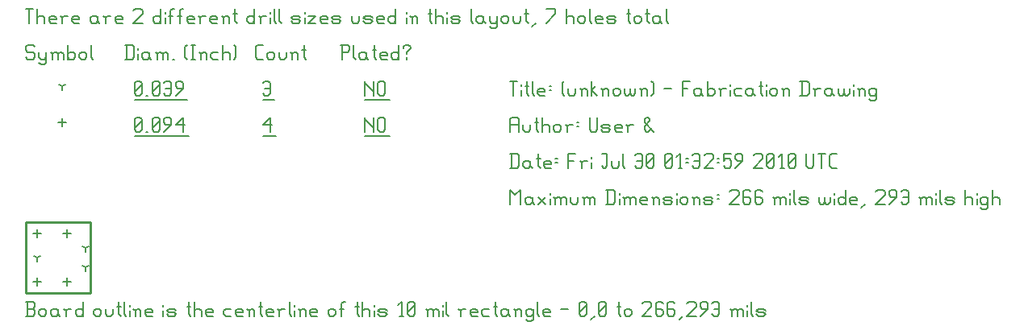
<source format=gbr>
G04 start of page 6 for group -3984 idx -3984 *
G04 Title: (unknown), fab *
G04 Creator: pcb 20081128 *
G04 CreationDate: Fri Jul 30 01:32:59 2010 UTC *
G04 For: emaste *
G04 Format: Gerber/RS-274X *
G04 PCB-Dimensions: 26625 29350 *
G04 PCB-Coordinate-Origin: lower left *
%MOIN*%
%FSLAX24Y24*%
%LNFAB*%
%ADD14C,0.0080*%
%ADD17C,0.0060*%
%ADD18C,0.0100*%
G54D14*X467Y2627D02*Y2307D01*
X307Y2467D02*X627D01*
X467Y627D02*Y307D01*
X307Y467D02*X627D01*
X1717Y2627D02*Y2307D01*
X1557Y2467D02*X1877D01*
X1717Y627D02*Y307D01*
X1557Y467D02*X1877D01*
X1500Y7220D02*Y6900D01*
X1340Y7060D02*X1660D01*
G54D17*X14000Y7285D02*Y6685D01*
Y7285D02*Y7210D01*
X14375Y6835D01*
Y7285D02*Y6685D01*
X14555Y7210D02*Y6760D01*
Y7210D02*X14630Y7285D01*
X14780D01*
X14855Y7210D01*
Y6760D01*
X14780Y6685D02*X14855Y6760D01*
X14630Y6685D02*X14780D01*
X14555Y6760D02*X14630Y6685D01*
X14000Y6509D02*X15035D01*
X9800Y6985D02*X10100Y7285D01*
X9800Y6985D02*X10175D01*
X10100Y7285D02*Y6685D01*
X9800Y6509D02*X10355D01*
X4500Y6760D02*X4575Y6685D01*
X4500Y7210D02*Y6760D01*
Y7210D02*X4575Y7285D01*
X4725D01*
X4800Y7210D01*
Y6760D01*
X4725Y6685D02*X4800Y6760D01*
X4575Y6685D02*X4725D01*
X4500Y6835D02*X4800Y7135D01*
X4980Y6685D02*X5055D01*
X5235Y6760D02*X5310Y6685D01*
X5235Y7210D02*Y6760D01*
Y7210D02*X5310Y7285D01*
X5460D01*
X5535Y7210D01*
Y6760D01*
X5460Y6685D02*X5535Y6760D01*
X5310Y6685D02*X5460D01*
X5235Y6835D02*X5535Y7135D01*
X5715Y6685D02*X6015Y6985D01*
Y7210D02*Y6985D01*
X5940Y7285D02*X6015Y7210D01*
X5790Y7285D02*X5940D01*
X5715Y7210D02*X5790Y7285D01*
X5715Y7210D02*Y7060D01*
X5790Y6985D01*
X6015D01*
X6195D02*X6495Y7285D01*
X6195Y6985D02*X6570D01*
X6495Y7285D02*Y6685D01*
X4500Y6509D02*X6750D01*
X467Y1467D02*Y1307D01*
Y1467D02*X606Y1547D01*
X467Y1467D02*X328Y1547D01*
X2467Y1867D02*Y1707D01*
Y1867D02*X2606Y1947D01*
X2467Y1867D02*X2328Y1947D01*
X2467Y1067D02*Y907D01*
Y1067D02*X2606Y1147D01*
X2467Y1067D02*X2328Y1147D01*
X1500Y8560D02*Y8400D01*
Y8560D02*X1638Y8640D01*
X1500Y8560D02*X1361Y8640D01*
X14000Y8785D02*Y8185D01*
Y8785D02*Y8710D01*
X14375Y8335D01*
Y8785D02*Y8185D01*
X14555Y8710D02*Y8260D01*
Y8710D02*X14630Y8785D01*
X14780D01*
X14855Y8710D01*
Y8260D01*
X14780Y8185D02*X14855Y8260D01*
X14630Y8185D02*X14780D01*
X14555Y8260D02*X14630Y8185D01*
X14000Y8009D02*X15035D01*
X9800Y8710D02*X9875Y8785D01*
X10025D01*
X10100Y8710D01*
Y8260D01*
X10025Y8185D02*X10100Y8260D01*
X9875Y8185D02*X10025D01*
X9800Y8260D02*X9875Y8185D01*
Y8485D02*X10100D01*
X9800Y8009D02*X10280D01*
X4500Y8260D02*X4575Y8185D01*
X4500Y8710D02*Y8260D01*
Y8710D02*X4575Y8785D01*
X4725D01*
X4800Y8710D01*
Y8260D01*
X4725Y8185D02*X4800Y8260D01*
X4575Y8185D02*X4725D01*
X4500Y8335D02*X4800Y8635D01*
X4980Y8185D02*X5055D01*
X5235Y8260D02*X5310Y8185D01*
X5235Y8710D02*Y8260D01*
Y8710D02*X5310Y8785D01*
X5460D01*
X5535Y8710D01*
Y8260D01*
X5460Y8185D02*X5535Y8260D01*
X5310Y8185D02*X5460D01*
X5235Y8335D02*X5535Y8635D01*
X5715Y8710D02*X5790Y8785D01*
X5940D01*
X6015Y8710D01*
Y8260D01*
X5940Y8185D02*X6015Y8260D01*
X5790Y8185D02*X5940D01*
X5715Y8260D02*X5790Y8185D01*
Y8485D02*X6015D01*
X6195Y8185D02*X6495Y8485D01*
Y8710D02*Y8485D01*
X6420Y8785D02*X6495Y8710D01*
X6270Y8785D02*X6420D01*
X6195Y8710D02*X6270Y8785D01*
X6195Y8710D02*Y8560D01*
X6270Y8485D01*
X6495D01*
X4500Y8009D02*X6675D01*
X300Y10285D02*X375Y10210D01*
X75Y10285D02*X300D01*
X0Y10210D02*X75Y10285D01*
X0Y10210D02*Y10060D01*
X75Y9985D01*
X300D01*
X375Y9910D01*
Y9760D01*
X300Y9685D02*X375Y9760D01*
X75Y9685D02*X300D01*
X0Y9760D02*X75Y9685D01*
X555Y9985D02*Y9760D01*
X630Y9685D01*
X855Y9985D02*Y9535D01*
X780Y9460D02*X855Y9535D01*
X630Y9460D02*X780D01*
X555Y9535D02*X630Y9460D01*
Y9685D02*X780D01*
X855Y9760D01*
X1110Y9910D02*Y9685D01*
Y9910D02*X1185Y9985D01*
X1260D01*
X1335Y9910D01*
Y9685D01*
Y9910D02*X1410Y9985D01*
X1485D01*
X1560Y9910D01*
Y9685D01*
X1035Y9985D02*X1110Y9910D01*
X1740Y10285D02*Y9685D01*
Y9760D02*X1815Y9685D01*
X1965D01*
X2040Y9760D01*
Y9910D02*Y9760D01*
X1965Y9985D02*X2040Y9910D01*
X1815Y9985D02*X1965D01*
X1740Y9910D02*X1815Y9985D01*
X2220Y9910D02*Y9760D01*
Y9910D02*X2295Y9985D01*
X2445D01*
X2520Y9910D01*
Y9760D01*
X2445Y9685D02*X2520Y9760D01*
X2295Y9685D02*X2445D01*
X2220Y9760D02*X2295Y9685D01*
X2700Y10285D02*Y9760D01*
X2775Y9685D01*
X4175Y10285D02*Y9685D01*
X4400Y10285D02*X4475Y10210D01*
Y9760D01*
X4400Y9685D02*X4475Y9760D01*
X4100Y9685D02*X4400D01*
X4100Y10285D02*X4400D01*
X4655Y10135D02*Y10060D01*
Y9910D02*Y9685D01*
X5030Y9985D02*X5105Y9910D01*
X4880Y9985D02*X5030D01*
X4805Y9910D02*X4880Y9985D01*
X4805Y9910D02*Y9760D01*
X4880Y9685D01*
X5105Y9985D02*Y9760D01*
X5180Y9685D01*
X4880D02*X5030D01*
X5105Y9760D01*
X5435Y9910D02*Y9685D01*
Y9910D02*X5510Y9985D01*
X5585D01*
X5660Y9910D01*
Y9685D01*
Y9910D02*X5735Y9985D01*
X5810D01*
X5885Y9910D01*
Y9685D01*
X5360Y9985D02*X5435Y9910D01*
X6065Y9685D02*X6140D01*
X6590Y9760D02*X6665Y9685D01*
X6590Y10210D02*X6665Y10285D01*
X6590Y10210D02*Y9760D01*
X6845Y10285D02*X6995D01*
X6920D02*Y9685D01*
X6845D02*X6995D01*
X7251Y9910D02*Y9685D01*
Y9910D02*X7326Y9985D01*
X7401D01*
X7476Y9910D01*
Y9685D01*
X7176Y9985D02*X7251Y9910D01*
X7731Y9985D02*X7956D01*
X7656Y9910D02*X7731Y9985D01*
X7656Y9910D02*Y9760D01*
X7731Y9685D01*
X7956D01*
X8136Y10285D02*Y9685D01*
Y9910D02*X8211Y9985D01*
X8361D01*
X8436Y9910D01*
Y9685D01*
X8616Y10285D02*X8691Y10210D01*
Y9760D01*
X8616Y9685D02*X8691Y9760D01*
X9575Y9685D02*X9800D01*
X9500Y9760D02*X9575Y9685D01*
X9500Y10210D02*Y9760D01*
Y10210D02*X9575Y10285D01*
X9800D01*
X9980Y9910D02*Y9760D01*
Y9910D02*X10055Y9985D01*
X10205D01*
X10280Y9910D01*
Y9760D01*
X10205Y9685D02*X10280Y9760D01*
X10055Y9685D02*X10205D01*
X9980Y9760D02*X10055Y9685D01*
X10460Y9985D02*Y9760D01*
X10535Y9685D01*
X10685D01*
X10760Y9760D01*
Y9985D02*Y9760D01*
X11015Y9910D02*Y9685D01*
Y9910D02*X11090Y9985D01*
X11165D01*
X11240Y9910D01*
Y9685D01*
X10940Y9985D02*X11015Y9910D01*
X11495Y10285D02*Y9760D01*
X11570Y9685D01*
X11420Y10060D02*X11570D01*
X13075Y10285D02*Y9685D01*
X13000Y10285D02*X13300D01*
X13375Y10210D01*
Y10060D01*
X13300Y9985D02*X13375Y10060D01*
X13075Y9985D02*X13300D01*
X13555Y10285D02*Y9760D01*
X13630Y9685D01*
X14005Y9985D02*X14080Y9910D01*
X13855Y9985D02*X14005D01*
X13780Y9910D02*X13855Y9985D01*
X13780Y9910D02*Y9760D01*
X13855Y9685D01*
X14080Y9985D02*Y9760D01*
X14155Y9685D01*
X13855D02*X14005D01*
X14080Y9760D01*
X14410Y10285D02*Y9760D01*
X14485Y9685D01*
X14335Y10060D02*X14485D01*
X14710Y9685D02*X14935D01*
X14635Y9760D02*X14710Y9685D01*
X14635Y9910D02*Y9760D01*
Y9910D02*X14710Y9985D01*
X14860D01*
X14935Y9910D01*
X14635Y9835D02*X14935D01*
Y9910D02*Y9835D01*
X15415Y10285D02*Y9685D01*
X15340D02*X15415Y9760D01*
X15190Y9685D02*X15340D01*
X15115Y9760D02*X15190Y9685D01*
X15115Y9910D02*Y9760D01*
Y9910D02*X15190Y9985D01*
X15340D01*
X15415Y9910D01*
X15745Y9985D02*Y9910D01*
Y9760D02*Y9685D01*
X15595Y10210D02*Y10135D01*
Y10210D02*X15670Y10285D01*
X15820D01*
X15895Y10210D01*
Y10135D01*
X15745Y9985D02*X15895Y10135D01*
X0Y11785D02*X300D01*
X150D02*Y11185D01*
X480Y11785D02*Y11185D01*
Y11410D02*X555Y11485D01*
X705D01*
X780Y11410D01*
Y11185D01*
X1035D02*X1260D01*
X960Y11260D02*X1035Y11185D01*
X960Y11410D02*Y11260D01*
Y11410D02*X1035Y11485D01*
X1185D01*
X1260Y11410D01*
X960Y11335D02*X1260D01*
Y11410D02*Y11335D01*
X1515Y11410D02*Y11185D01*
Y11410D02*X1590Y11485D01*
X1740D01*
X1440D02*X1515Y11410D01*
X1995Y11185D02*X2220D01*
X1920Y11260D02*X1995Y11185D01*
X1920Y11410D02*Y11260D01*
Y11410D02*X1995Y11485D01*
X2145D01*
X2220Y11410D01*
X1920Y11335D02*X2220D01*
Y11410D02*Y11335D01*
X2895Y11485D02*X2970Y11410D01*
X2745Y11485D02*X2895D01*
X2670Y11410D02*X2745Y11485D01*
X2670Y11410D02*Y11260D01*
X2745Y11185D01*
X2970Y11485D02*Y11260D01*
X3045Y11185D01*
X2745D02*X2895D01*
X2970Y11260D01*
X3300Y11410D02*Y11185D01*
Y11410D02*X3375Y11485D01*
X3525D01*
X3225D02*X3300Y11410D01*
X3781Y11185D02*X4006D01*
X3706Y11260D02*X3781Y11185D01*
X3706Y11410D02*Y11260D01*
Y11410D02*X3781Y11485D01*
X3931D01*
X4006Y11410D01*
X3706Y11335D02*X4006D01*
Y11410D02*Y11335D01*
X4456Y11710D02*X4531Y11785D01*
X4756D01*
X4831Y11710D01*
Y11560D01*
X4456Y11185D02*X4831Y11560D01*
X4456Y11185D02*X4831D01*
X5581Y11785D02*Y11185D01*
X5506D02*X5581Y11260D01*
X5356Y11185D02*X5506D01*
X5281Y11260D02*X5356Y11185D01*
X5281Y11410D02*Y11260D01*
Y11410D02*X5356Y11485D01*
X5506D01*
X5581Y11410D01*
X5761Y11635D02*Y11560D01*
Y11410D02*Y11185D01*
X5986Y11710D02*Y11185D01*
Y11710D02*X6061Y11785D01*
X6136D01*
X5911Y11485D02*X6061D01*
X6361Y11710D02*Y11185D01*
Y11710D02*X6436Y11785D01*
X6511D01*
X6286Y11485D02*X6436D01*
X6736Y11185D02*X6961D01*
X6661Y11260D02*X6736Y11185D01*
X6661Y11410D02*Y11260D01*
Y11410D02*X6736Y11485D01*
X6886D01*
X6961Y11410D01*
X6661Y11335D02*X6961D01*
Y11410D02*Y11335D01*
X7217Y11410D02*Y11185D01*
Y11410D02*X7292Y11485D01*
X7442D01*
X7142D02*X7217Y11410D01*
X7697Y11185D02*X7922D01*
X7622Y11260D02*X7697Y11185D01*
X7622Y11410D02*Y11260D01*
Y11410D02*X7697Y11485D01*
X7847D01*
X7922Y11410D01*
X7622Y11335D02*X7922D01*
Y11410D02*Y11335D01*
X8177Y11410D02*Y11185D01*
Y11410D02*X8252Y11485D01*
X8327D01*
X8402Y11410D01*
Y11185D01*
X8102Y11485D02*X8177Y11410D01*
X8657Y11785D02*Y11260D01*
X8732Y11185D01*
X8582Y11560D02*X8732D01*
X9452Y11785D02*Y11185D01*
X9377D02*X9452Y11260D01*
X9227Y11185D02*X9377D01*
X9152Y11260D02*X9227Y11185D01*
X9152Y11410D02*Y11260D01*
Y11410D02*X9227Y11485D01*
X9377D01*
X9452Y11410D01*
X9707D02*Y11185D01*
Y11410D02*X9782Y11485D01*
X9932D01*
X9632D02*X9707Y11410D01*
X10113Y11635D02*Y11560D01*
Y11410D02*Y11185D01*
X10263Y11785D02*Y11260D01*
X10338Y11185D01*
X10488Y11785D02*Y11260D01*
X10563Y11185D01*
X11058D02*X11283D01*
X11358Y11260D01*
X11283Y11335D02*X11358Y11260D01*
X11058Y11335D02*X11283D01*
X10983Y11410D02*X11058Y11335D01*
X10983Y11410D02*X11058Y11485D01*
X11283D01*
X11358Y11410D01*
X10983Y11260D02*X11058Y11185D01*
X11538Y11635D02*Y11560D01*
Y11410D02*Y11185D01*
X11688Y11485D02*X11988D01*
X11688Y11185D02*X11988Y11485D01*
X11688Y11185D02*X11988D01*
X12243D02*X12468D01*
X12168Y11260D02*X12243Y11185D01*
X12168Y11410D02*Y11260D01*
Y11410D02*X12243Y11485D01*
X12393D01*
X12468Y11410D01*
X12168Y11335D02*X12468D01*
Y11410D02*Y11335D01*
X12724Y11185D02*X12949D01*
X13024Y11260D01*
X12949Y11335D02*X13024Y11260D01*
X12724Y11335D02*X12949D01*
X12649Y11410D02*X12724Y11335D01*
X12649Y11410D02*X12724Y11485D01*
X12949D01*
X13024Y11410D01*
X12649Y11260D02*X12724Y11185D01*
X13474Y11485D02*Y11260D01*
X13549Y11185D01*
X13699D01*
X13774Y11260D01*
Y11485D02*Y11260D01*
X14029Y11185D02*X14254D01*
X14329Y11260D01*
X14254Y11335D02*X14329Y11260D01*
X14029Y11335D02*X14254D01*
X13954Y11410D02*X14029Y11335D01*
X13954Y11410D02*X14029Y11485D01*
X14254D01*
X14329Y11410D01*
X13954Y11260D02*X14029Y11185D01*
X14584D02*X14809D01*
X14509Y11260D02*X14584Y11185D01*
X14509Y11410D02*Y11260D01*
Y11410D02*X14584Y11485D01*
X14734D01*
X14809Y11410D01*
X14509Y11335D02*X14809D01*
Y11410D02*Y11335D01*
X15289Y11785D02*Y11185D01*
X15214D02*X15289Y11260D01*
X15064Y11185D02*X15214D01*
X14989Y11260D02*X15064Y11185D01*
X14989Y11410D02*Y11260D01*
Y11410D02*X15064Y11485D01*
X15214D01*
X15289Y11410D01*
X15739Y11635D02*Y11560D01*
Y11410D02*Y11185D01*
X15964Y11410D02*Y11185D01*
Y11410D02*X16039Y11485D01*
X16114D01*
X16189Y11410D01*
Y11185D01*
X15889Y11485D02*X15964Y11410D01*
X16715Y11785D02*Y11260D01*
X16790Y11185D01*
X16640Y11560D02*X16790D01*
X16940Y11785D02*Y11185D01*
Y11410D02*X17015Y11485D01*
X17165D01*
X17240Y11410D01*
Y11185D01*
X17420Y11635D02*Y11560D01*
Y11410D02*Y11185D01*
X17645D02*X17870D01*
X17945Y11260D01*
X17870Y11335D02*X17945Y11260D01*
X17645Y11335D02*X17870D01*
X17570Y11410D02*X17645Y11335D01*
X17570Y11410D02*X17645Y11485D01*
X17870D01*
X17945Y11410D01*
X17570Y11260D02*X17645Y11185D01*
X18395Y11785D02*Y11260D01*
X18470Y11185D01*
X18845Y11485D02*X18920Y11410D01*
X18695Y11485D02*X18845D01*
X18620Y11410D02*X18695Y11485D01*
X18620Y11410D02*Y11260D01*
X18695Y11185D01*
X18920Y11485D02*Y11260D01*
X18995Y11185D01*
X18695D02*X18845D01*
X18920Y11260D01*
X19176Y11485D02*Y11260D01*
X19251Y11185D01*
X19476Y11485D02*Y11035D01*
X19401Y10960D02*X19476Y11035D01*
X19251Y10960D02*X19401D01*
X19176Y11035D02*X19251Y10960D01*
Y11185D02*X19401D01*
X19476Y11260D01*
X19656Y11410D02*Y11260D01*
Y11410D02*X19731Y11485D01*
X19881D01*
X19956Y11410D01*
Y11260D01*
X19881Y11185D02*X19956Y11260D01*
X19731Y11185D02*X19881D01*
X19656Y11260D02*X19731Y11185D01*
X20136Y11485D02*Y11260D01*
X20211Y11185D01*
X20361D01*
X20436Y11260D01*
Y11485D02*Y11260D01*
X20691Y11785D02*Y11260D01*
X20766Y11185D01*
X20616Y11560D02*X20766D01*
X20916Y11035D02*X21066Y11185D01*
X21516D02*X21891Y11560D01*
Y11785D02*Y11560D01*
X21516Y11785D02*X21891D01*
X22341D02*Y11185D01*
Y11410D02*X22416Y11485D01*
X22566D01*
X22641Y11410D01*
Y11185D01*
X22822Y11410D02*Y11260D01*
Y11410D02*X22897Y11485D01*
X23047D01*
X23122Y11410D01*
Y11260D01*
X23047Y11185D02*X23122Y11260D01*
X22897Y11185D02*X23047D01*
X22822Y11260D02*X22897Y11185D01*
X23302Y11785D02*Y11260D01*
X23377Y11185D01*
X23602D02*X23827D01*
X23527Y11260D02*X23602Y11185D01*
X23527Y11410D02*Y11260D01*
Y11410D02*X23602Y11485D01*
X23752D01*
X23827Y11410D01*
X23527Y11335D02*X23827D01*
Y11410D02*Y11335D01*
X24082Y11185D02*X24307D01*
X24382Y11260D01*
X24307Y11335D02*X24382Y11260D01*
X24082Y11335D02*X24307D01*
X24007Y11410D02*X24082Y11335D01*
X24007Y11410D02*X24082Y11485D01*
X24307D01*
X24382Y11410D01*
X24007Y11260D02*X24082Y11185D01*
X24907Y11785D02*Y11260D01*
X24982Y11185D01*
X24832Y11560D02*X24982D01*
X25132Y11410D02*Y11260D01*
Y11410D02*X25207Y11485D01*
X25357D01*
X25432Y11410D01*
Y11260D01*
X25357Y11185D02*X25432Y11260D01*
X25207Y11185D02*X25357D01*
X25132Y11260D02*X25207Y11185D01*
X25687Y11785D02*Y11260D01*
X25762Y11185D01*
X25612Y11560D02*X25762D01*
X26138Y11485D02*X26213Y11410D01*
X25988Y11485D02*X26138D01*
X25913Y11410D02*X25988Y11485D01*
X25913Y11410D02*Y11260D01*
X25988Y11185D01*
X26213Y11485D02*Y11260D01*
X26288Y11185D01*
X25988D02*X26138D01*
X26213Y11260D01*
X26468Y11785D02*Y11260D01*
X26543Y11185D01*
G54D18*X0Y2935D02*X2662D01*
X0D02*Y0D01*
X2662Y2935D02*Y0D01*
X0D02*X2662D01*
G54D17*X20000Y4285D02*Y3685D01*
Y4285D02*X20225Y4060D01*
X20450Y4285D01*
Y3685D01*
X20855Y3985D02*X20930Y3910D01*
X20705Y3985D02*X20855D01*
X20630Y3910D02*X20705Y3985D01*
X20630Y3910D02*Y3760D01*
X20705Y3685D01*
X20930Y3985D02*Y3760D01*
X21005Y3685D01*
X20705D02*X20855D01*
X20930Y3760D01*
X21185Y3985D02*X21485Y3685D01*
X21185D02*X21485Y3985D01*
X21665Y4135D02*Y4060D01*
Y3910D02*Y3685D01*
X21890Y3910D02*Y3685D01*
Y3910D02*X21965Y3985D01*
X22040D01*
X22115Y3910D01*
Y3685D01*
Y3910D02*X22190Y3985D01*
X22265D01*
X22340Y3910D01*
Y3685D01*
X21815Y3985D02*X21890Y3910D01*
X22520Y3985D02*Y3760D01*
X22595Y3685D01*
X22745D01*
X22820Y3760D01*
Y3985D02*Y3760D01*
X23075Y3910D02*Y3685D01*
Y3910D02*X23150Y3985D01*
X23225D01*
X23300Y3910D01*
Y3685D01*
Y3910D02*X23375Y3985D01*
X23450D01*
X23525Y3910D01*
Y3685D01*
X23000Y3985D02*X23075Y3910D01*
X24051Y4285D02*Y3685D01*
X24276Y4285D02*X24351Y4210D01*
Y3760D01*
X24276Y3685D02*X24351Y3760D01*
X23976Y3685D02*X24276D01*
X23976Y4285D02*X24276D01*
X24531Y4135D02*Y4060D01*
Y3910D02*Y3685D01*
X24756Y3910D02*Y3685D01*
Y3910D02*X24831Y3985D01*
X24906D01*
X24981Y3910D01*
Y3685D01*
Y3910D02*X25056Y3985D01*
X25131D01*
X25206Y3910D01*
Y3685D01*
X24681Y3985D02*X24756Y3910D01*
X25461Y3685D02*X25686D01*
X25386Y3760D02*X25461Y3685D01*
X25386Y3910D02*Y3760D01*
Y3910D02*X25461Y3985D01*
X25611D01*
X25686Y3910D01*
X25386Y3835D02*X25686D01*
Y3910D02*Y3835D01*
X25941Y3910D02*Y3685D01*
Y3910D02*X26016Y3985D01*
X26091D01*
X26166Y3910D01*
Y3685D01*
X25866Y3985D02*X25941Y3910D01*
X26421Y3685D02*X26646D01*
X26721Y3760D01*
X26646Y3835D02*X26721Y3760D01*
X26421Y3835D02*X26646D01*
X26346Y3910D02*X26421Y3835D01*
X26346Y3910D02*X26421Y3985D01*
X26646D01*
X26721Y3910D01*
X26346Y3760D02*X26421Y3685D01*
X26901Y4135D02*Y4060D01*
Y3910D02*Y3685D01*
X27052Y3910D02*Y3760D01*
Y3910D02*X27127Y3985D01*
X27277D01*
X27352Y3910D01*
Y3760D01*
X27277Y3685D02*X27352Y3760D01*
X27127Y3685D02*X27277D01*
X27052Y3760D02*X27127Y3685D01*
X27607Y3910D02*Y3685D01*
Y3910D02*X27682Y3985D01*
X27757D01*
X27832Y3910D01*
Y3685D01*
X27532Y3985D02*X27607Y3910D01*
X28087Y3685D02*X28312D01*
X28387Y3760D01*
X28312Y3835D02*X28387Y3760D01*
X28087Y3835D02*X28312D01*
X28012Y3910D02*X28087Y3835D01*
X28012Y3910D02*X28087Y3985D01*
X28312D01*
X28387Y3910D01*
X28012Y3760D02*X28087Y3685D01*
X28567Y4060D02*X28642D01*
X28567Y3910D02*X28642D01*
X29092Y4210D02*X29167Y4285D01*
X29392D01*
X29467Y4210D01*
Y4060D01*
X29092Y3685D02*X29467Y4060D01*
X29092Y3685D02*X29467D01*
X29872Y4285D02*X29947Y4210D01*
X29722Y4285D02*X29872D01*
X29647Y4210D02*X29722Y4285D01*
X29647Y4210D02*Y3760D01*
X29722Y3685D01*
X29872Y3985D02*X29947Y3910D01*
X29647Y3985D02*X29872D01*
X29722Y3685D02*X29872D01*
X29947Y3760D01*
Y3910D02*Y3760D01*
X30353Y4285D02*X30428Y4210D01*
X30203Y4285D02*X30353D01*
X30128Y4210D02*X30203Y4285D01*
X30128Y4210D02*Y3760D01*
X30203Y3685D01*
X30353Y3985D02*X30428Y3910D01*
X30128Y3985D02*X30353D01*
X30203Y3685D02*X30353D01*
X30428Y3760D01*
Y3910D02*Y3760D01*
X30953Y3910D02*Y3685D01*
Y3910D02*X31028Y3985D01*
X31103D01*
X31178Y3910D01*
Y3685D01*
Y3910D02*X31253Y3985D01*
X31328D01*
X31403Y3910D01*
Y3685D01*
X30878Y3985D02*X30953Y3910D01*
X31583Y4135D02*Y4060D01*
Y3910D02*Y3685D01*
X31733Y4285D02*Y3760D01*
X31808Y3685D01*
X32033D02*X32258D01*
X32333Y3760D01*
X32258Y3835D02*X32333Y3760D01*
X32033Y3835D02*X32258D01*
X31958Y3910D02*X32033Y3835D01*
X31958Y3910D02*X32033Y3985D01*
X32258D01*
X32333Y3910D01*
X31958Y3760D02*X32033Y3685D01*
X32783Y3985D02*Y3760D01*
X32858Y3685D01*
X32933D01*
X33008Y3760D01*
Y3985D02*Y3760D01*
X33083Y3685D01*
X33158D01*
X33233Y3760D01*
Y3985D02*Y3760D01*
X33413Y4135D02*Y4060D01*
Y3910D02*Y3685D01*
X33864Y4285D02*Y3685D01*
X33789D02*X33864Y3760D01*
X33639Y3685D02*X33789D01*
X33564Y3760D02*X33639Y3685D01*
X33564Y3910D02*Y3760D01*
Y3910D02*X33639Y3985D01*
X33789D01*
X33864Y3910D01*
X34119Y3685D02*X34344D01*
X34044Y3760D02*X34119Y3685D01*
X34044Y3910D02*Y3760D01*
Y3910D02*X34119Y3985D01*
X34269D01*
X34344Y3910D01*
X34044Y3835D02*X34344D01*
Y3910D02*Y3835D01*
X34524Y3535D02*X34674Y3685D01*
X35124Y4210D02*X35199Y4285D01*
X35424D01*
X35499Y4210D01*
Y4060D01*
X35124Y3685D02*X35499Y4060D01*
X35124Y3685D02*X35499D01*
X35679D02*X35979Y3985D01*
Y4210D02*Y3985D01*
X35904Y4285D02*X35979Y4210D01*
X35754Y4285D02*X35904D01*
X35679Y4210D02*X35754Y4285D01*
X35679Y4210D02*Y4060D01*
X35754Y3985D01*
X35979D01*
X36159Y4210D02*X36234Y4285D01*
X36384D01*
X36459Y4210D01*
Y3760D01*
X36384Y3685D02*X36459Y3760D01*
X36234Y3685D02*X36384D01*
X36159Y3760D02*X36234Y3685D01*
Y3985D02*X36459D01*
X36984Y3910D02*Y3685D01*
Y3910D02*X37059Y3985D01*
X37134D01*
X37209Y3910D01*
Y3685D01*
Y3910D02*X37284Y3985D01*
X37359D01*
X37434Y3910D01*
Y3685D01*
X36909Y3985D02*X36984Y3910D01*
X37615Y4135D02*Y4060D01*
Y3910D02*Y3685D01*
X37765Y4285D02*Y3760D01*
X37840Y3685D01*
X38065D02*X38290D01*
X38365Y3760D01*
X38290Y3835D02*X38365Y3760D01*
X38065Y3835D02*X38290D01*
X37990Y3910D02*X38065Y3835D01*
X37990Y3910D02*X38065Y3985D01*
X38290D01*
X38365Y3910D01*
X37990Y3760D02*X38065Y3685D01*
X38815Y4285D02*Y3685D01*
Y3910D02*X38890Y3985D01*
X39040D01*
X39115Y3910D01*
Y3685D01*
X39295Y4135D02*Y4060D01*
Y3910D02*Y3685D01*
X39670Y3985D02*X39745Y3910D01*
X39520Y3985D02*X39670D01*
X39445Y3910D02*X39520Y3985D01*
X39445Y3910D02*Y3760D01*
X39520Y3685D01*
X39670D01*
X39745Y3760D01*
X39445Y3535D02*X39520Y3460D01*
X39670D01*
X39745Y3535D01*
Y3985D02*Y3535D01*
X39926Y4285D02*Y3685D01*
Y3910D02*X40001Y3985D01*
X40151D01*
X40226Y3910D01*
Y3685D01*
X0Y-950D02*X300D01*
X375Y-875D01*
Y-725D02*Y-875D01*
X300Y-650D02*X375Y-725D01*
X75Y-650D02*X300D01*
X75Y-350D02*Y-950D01*
X0Y-350D02*X300D01*
X375Y-425D01*
Y-575D01*
X300Y-650D02*X375Y-575D01*
X555Y-725D02*Y-875D01*
Y-725D02*X630Y-650D01*
X780D01*
X855Y-725D01*
Y-875D01*
X780Y-950D02*X855Y-875D01*
X630Y-950D02*X780D01*
X555Y-875D02*X630Y-950D01*
X1260Y-650D02*X1335Y-725D01*
X1110Y-650D02*X1260D01*
X1035Y-725D02*X1110Y-650D01*
X1035Y-725D02*Y-875D01*
X1110Y-950D01*
X1335Y-650D02*Y-875D01*
X1410Y-950D01*
X1110D02*X1260D01*
X1335Y-875D01*
X1665Y-725D02*Y-950D01*
Y-725D02*X1740Y-650D01*
X1890D01*
X1590D02*X1665Y-725D01*
X2370Y-350D02*Y-950D01*
X2295D02*X2370Y-875D01*
X2145Y-950D02*X2295D01*
X2070Y-875D02*X2145Y-950D01*
X2070Y-725D02*Y-875D01*
Y-725D02*X2145Y-650D01*
X2295D01*
X2370Y-725D01*
X2820D02*Y-875D01*
Y-725D02*X2895Y-650D01*
X3045D01*
X3120Y-725D01*
Y-875D01*
X3045Y-950D02*X3120Y-875D01*
X2895Y-950D02*X3045D01*
X2820Y-875D02*X2895Y-950D01*
X3300Y-650D02*Y-875D01*
X3375Y-950D01*
X3525D01*
X3600Y-875D01*
Y-650D02*Y-875D01*
X3856Y-350D02*Y-875D01*
X3931Y-950D01*
X3781Y-575D02*X3931D01*
X4081Y-350D02*Y-875D01*
X4156Y-950D01*
X4306Y-500D02*Y-575D01*
Y-725D02*Y-950D01*
X4531Y-725D02*Y-950D01*
Y-725D02*X4606Y-650D01*
X4681D01*
X4756Y-725D01*
Y-950D01*
X4456Y-650D02*X4531Y-725D01*
X5011Y-950D02*X5236D01*
X4936Y-875D02*X5011Y-950D01*
X4936Y-725D02*Y-875D01*
Y-725D02*X5011Y-650D01*
X5161D01*
X5236Y-725D01*
X4936Y-800D02*X5236D01*
Y-725D02*Y-800D01*
X5686Y-500D02*Y-575D01*
Y-725D02*Y-950D01*
X5911D02*X6136D01*
X6211Y-875D01*
X6136Y-800D02*X6211Y-875D01*
X5911Y-800D02*X6136D01*
X5836Y-725D02*X5911Y-800D01*
X5836Y-725D02*X5911Y-650D01*
X6136D01*
X6211Y-725D01*
X5836Y-875D02*X5911Y-950D01*
X6737Y-350D02*Y-875D01*
X6812Y-950D01*
X6662Y-575D02*X6812D01*
X6962Y-350D02*Y-950D01*
Y-725D02*X7037Y-650D01*
X7187D01*
X7262Y-725D01*
Y-950D01*
X7517D02*X7742D01*
X7442Y-875D02*X7517Y-950D01*
X7442Y-725D02*Y-875D01*
Y-725D02*X7517Y-650D01*
X7667D01*
X7742Y-725D01*
X7442Y-800D02*X7742D01*
Y-725D02*Y-800D01*
X8267Y-650D02*X8492D01*
X8192Y-725D02*X8267Y-650D01*
X8192Y-725D02*Y-875D01*
X8267Y-950D01*
X8492D01*
X8747D02*X8972D01*
X8672Y-875D02*X8747Y-950D01*
X8672Y-725D02*Y-875D01*
Y-725D02*X8747Y-650D01*
X8897D01*
X8972Y-725D01*
X8672Y-800D02*X8972D01*
Y-725D02*Y-800D01*
X9227Y-725D02*Y-950D01*
Y-725D02*X9302Y-650D01*
X9377D01*
X9452Y-725D01*
Y-950D01*
X9152Y-650D02*X9227Y-725D01*
X9708Y-350D02*Y-875D01*
X9783Y-950D01*
X9633Y-575D02*X9783D01*
X10008Y-950D02*X10233D01*
X9933Y-875D02*X10008Y-950D01*
X9933Y-725D02*Y-875D01*
Y-725D02*X10008Y-650D01*
X10158D01*
X10233Y-725D01*
X9933Y-800D02*X10233D01*
Y-725D02*Y-800D01*
X10488Y-725D02*Y-950D01*
Y-725D02*X10563Y-650D01*
X10713D01*
X10413D02*X10488Y-725D01*
X10893Y-350D02*Y-875D01*
X10968Y-950D01*
X11118Y-500D02*Y-575D01*
Y-725D02*Y-950D01*
X11343Y-725D02*Y-950D01*
Y-725D02*X11418Y-650D01*
X11493D01*
X11568Y-725D01*
Y-950D01*
X11268Y-650D02*X11343Y-725D01*
X11823Y-950D02*X12048D01*
X11748Y-875D02*X11823Y-950D01*
X11748Y-725D02*Y-875D01*
Y-725D02*X11823Y-650D01*
X11973D01*
X12048Y-725D01*
X11748Y-800D02*X12048D01*
Y-725D02*Y-800D01*
X12499Y-725D02*Y-875D01*
Y-725D02*X12574Y-650D01*
X12724D01*
X12799Y-725D01*
Y-875D01*
X12724Y-950D02*X12799Y-875D01*
X12574Y-950D02*X12724D01*
X12499Y-875D02*X12574Y-950D01*
X13054Y-425D02*Y-950D01*
Y-425D02*X13129Y-350D01*
X13204D01*
X12979Y-650D02*X13129D01*
X13699Y-350D02*Y-875D01*
X13774Y-950D01*
X13624Y-575D02*X13774D01*
X13924Y-350D02*Y-950D01*
Y-725D02*X13999Y-650D01*
X14149D01*
X14224Y-725D01*
Y-950D01*
X14404Y-500D02*Y-575D01*
Y-725D02*Y-950D01*
X14629D02*X14854D01*
X14929Y-875D01*
X14854Y-800D02*X14929Y-875D01*
X14629Y-800D02*X14854D01*
X14554Y-725D02*X14629Y-800D01*
X14554Y-725D02*X14629Y-650D01*
X14854D01*
X14929Y-725D01*
X14554Y-875D02*X14629Y-950D01*
X15454D02*X15604D01*
X15529Y-350D02*Y-950D01*
X15379Y-500D02*X15529Y-350D01*
X15785Y-875D02*X15860Y-950D01*
X15785Y-425D02*Y-875D01*
Y-425D02*X15860Y-350D01*
X16010D01*
X16085Y-425D01*
Y-875D01*
X16010Y-950D02*X16085Y-875D01*
X15860Y-950D02*X16010D01*
X15785Y-800D02*X16085Y-500D01*
X16610Y-725D02*Y-950D01*
Y-725D02*X16685Y-650D01*
X16760D01*
X16835Y-725D01*
Y-950D01*
Y-725D02*X16910Y-650D01*
X16985D01*
X17060Y-725D01*
Y-950D01*
X16535Y-650D02*X16610Y-725D01*
X17240Y-500D02*Y-575D01*
Y-725D02*Y-950D01*
X17390Y-350D02*Y-875D01*
X17465Y-950D01*
X17960Y-725D02*Y-950D01*
Y-725D02*X18035Y-650D01*
X18185D01*
X17885D02*X17960Y-725D01*
X18440Y-950D02*X18665D01*
X18365Y-875D02*X18440Y-950D01*
X18365Y-725D02*Y-875D01*
Y-725D02*X18440Y-650D01*
X18590D01*
X18665Y-725D01*
X18365Y-800D02*X18665D01*
Y-725D02*Y-800D01*
X18921Y-650D02*X19146D01*
X18846Y-725D02*X18921Y-650D01*
X18846Y-725D02*Y-875D01*
X18921Y-950D01*
X19146D01*
X19401Y-350D02*Y-875D01*
X19476Y-950D01*
X19326Y-575D02*X19476D01*
X19851Y-650D02*X19926Y-725D01*
X19701Y-650D02*X19851D01*
X19626Y-725D02*X19701Y-650D01*
X19626Y-725D02*Y-875D01*
X19701Y-950D01*
X19926Y-650D02*Y-875D01*
X20001Y-950D01*
X19701D02*X19851D01*
X19926Y-875D01*
X20256Y-725D02*Y-950D01*
Y-725D02*X20331Y-650D01*
X20406D01*
X20481Y-725D01*
Y-950D01*
X20181Y-650D02*X20256Y-725D01*
X20886Y-650D02*X20961Y-725D01*
X20736Y-650D02*X20886D01*
X20661Y-725D02*X20736Y-650D01*
X20661Y-725D02*Y-875D01*
X20736Y-950D01*
X20886D01*
X20961Y-875D01*
X20661Y-1100D02*X20736Y-1175D01*
X20886D01*
X20961Y-1100D01*
Y-650D02*Y-1100D01*
X21141Y-350D02*Y-875D01*
X21216Y-950D01*
X21441D02*X21666D01*
X21366Y-875D02*X21441Y-950D01*
X21366Y-725D02*Y-875D01*
Y-725D02*X21441Y-650D01*
X21591D01*
X21666Y-725D01*
X21366Y-800D02*X21666D01*
Y-725D02*Y-800D01*
X22117Y-650D02*X22417D01*
X22867Y-875D02*X22942Y-950D01*
X22867Y-425D02*Y-875D01*
Y-425D02*X22942Y-350D01*
X23092D01*
X23167Y-425D01*
Y-875D01*
X23092Y-950D02*X23167Y-875D01*
X22942Y-950D02*X23092D01*
X22867Y-800D02*X23167Y-500D01*
X23347Y-1100D02*X23497Y-950D01*
X23677Y-875D02*X23752Y-950D01*
X23677Y-425D02*Y-875D01*
Y-425D02*X23752Y-350D01*
X23902D01*
X23977Y-425D01*
Y-875D01*
X23902Y-950D02*X23977Y-875D01*
X23752Y-950D02*X23902D01*
X23677Y-800D02*X23977Y-500D01*
X24502Y-350D02*Y-875D01*
X24577Y-950D01*
X24427Y-575D02*X24577D01*
X24727Y-725D02*Y-875D01*
Y-725D02*X24802Y-650D01*
X24952D01*
X25027Y-725D01*
Y-875D01*
X24952Y-950D02*X25027Y-875D01*
X24802Y-950D02*X24952D01*
X24727Y-875D02*X24802Y-950D01*
X25477Y-425D02*X25552Y-350D01*
X25777D01*
X25852Y-425D01*
Y-575D01*
X25477Y-950D02*X25852Y-575D01*
X25477Y-950D02*X25852D01*
X26258Y-350D02*X26333Y-425D01*
X26108Y-350D02*X26258D01*
X26033Y-425D02*X26108Y-350D01*
X26033Y-425D02*Y-875D01*
X26108Y-950D01*
X26258Y-650D02*X26333Y-725D01*
X26033Y-650D02*X26258D01*
X26108Y-950D02*X26258D01*
X26333Y-875D01*
Y-725D02*Y-875D01*
X26738Y-350D02*X26813Y-425D01*
X26588Y-350D02*X26738D01*
X26513Y-425D02*X26588Y-350D01*
X26513Y-425D02*Y-875D01*
X26588Y-950D01*
X26738Y-650D02*X26813Y-725D01*
X26513Y-650D02*X26738D01*
X26588Y-950D02*X26738D01*
X26813Y-875D01*
Y-725D02*Y-875D01*
X26993Y-1100D02*X27143Y-950D01*
X27323Y-425D02*X27398Y-350D01*
X27623D01*
X27698Y-425D01*
Y-575D01*
X27323Y-950D02*X27698Y-575D01*
X27323Y-950D02*X27698D01*
X27878D02*X28178Y-650D01*
Y-425D02*Y-650D01*
X28103Y-350D02*X28178Y-425D01*
X27953Y-350D02*X28103D01*
X27878Y-425D02*X27953Y-350D01*
X27878Y-425D02*Y-575D01*
X27953Y-650D01*
X28178D01*
X28358Y-425D02*X28433Y-350D01*
X28583D01*
X28658Y-425D01*
Y-875D01*
X28583Y-950D02*X28658Y-875D01*
X28433Y-950D02*X28583D01*
X28358Y-875D02*X28433Y-950D01*
Y-650D02*X28658D01*
X29184Y-725D02*Y-950D01*
Y-725D02*X29259Y-650D01*
X29334D01*
X29409Y-725D01*
Y-950D01*
Y-725D02*X29484Y-650D01*
X29559D01*
X29634Y-725D01*
Y-950D01*
X29109Y-650D02*X29184Y-725D01*
X29814Y-500D02*Y-575D01*
Y-725D02*Y-950D01*
X29964Y-350D02*Y-875D01*
X30039Y-950D01*
X30264D02*X30489D01*
X30564Y-875D01*
X30489Y-800D02*X30564Y-875D01*
X30264Y-800D02*X30489D01*
X30189Y-725D02*X30264Y-800D01*
X30189Y-725D02*X30264Y-650D01*
X30489D01*
X30564Y-725D01*
X30189Y-875D02*X30264Y-950D01*
X20075Y5785D02*Y5185D01*
X20300Y5785D02*X20375Y5710D01*
Y5260D01*
X20300Y5185D02*X20375Y5260D01*
X20000Y5185D02*X20300D01*
X20000Y5785D02*X20300D01*
X20780Y5485D02*X20855Y5410D01*
X20630Y5485D02*X20780D01*
X20555Y5410D02*X20630Y5485D01*
X20555Y5410D02*Y5260D01*
X20630Y5185D01*
X20855Y5485D02*Y5260D01*
X20930Y5185D01*
X20630D02*X20780D01*
X20855Y5260D01*
X21185Y5785D02*Y5260D01*
X21260Y5185D01*
X21110Y5560D02*X21260D01*
X21485Y5185D02*X21710D01*
X21410Y5260D02*X21485Y5185D01*
X21410Y5410D02*Y5260D01*
Y5410D02*X21485Y5485D01*
X21635D01*
X21710Y5410D01*
X21410Y5335D02*X21710D01*
Y5410D02*Y5335D01*
X21890Y5560D02*X21965D01*
X21890Y5410D02*X21965D01*
X22415Y5785D02*Y5185D01*
Y5785D02*X22715D01*
X22415Y5485D02*X22640D01*
X22970Y5410D02*Y5185D01*
Y5410D02*X23045Y5485D01*
X23195D01*
X22895D02*X22970Y5410D01*
X23376Y5635D02*Y5560D01*
Y5410D02*Y5185D01*
X23796Y5785D02*X24021D01*
Y5260D01*
X23946Y5185D02*X24021Y5260D01*
X23871Y5185D02*X23946D01*
X23796Y5260D02*X23871Y5185D01*
X24201Y5485D02*Y5260D01*
X24276Y5185D01*
X24426D01*
X24501Y5260D01*
Y5485D02*Y5260D01*
X24681Y5785D02*Y5260D01*
X24756Y5185D01*
X25176Y5710D02*X25251Y5785D01*
X25401D01*
X25476Y5710D01*
Y5260D01*
X25401Y5185D02*X25476Y5260D01*
X25251Y5185D02*X25401D01*
X25176Y5260D02*X25251Y5185D01*
Y5485D02*X25476D01*
X25656Y5260D02*X25731Y5185D01*
X25656Y5710D02*Y5260D01*
Y5710D02*X25731Y5785D01*
X25881D01*
X25956Y5710D01*
Y5260D01*
X25881Y5185D02*X25956Y5260D01*
X25731Y5185D02*X25881D01*
X25656Y5335D02*X25956Y5635D01*
X26406Y5260D02*X26481Y5185D01*
X26406Y5710D02*Y5260D01*
Y5710D02*X26481Y5785D01*
X26631D01*
X26706Y5710D01*
Y5260D01*
X26631Y5185D02*X26706Y5260D01*
X26481Y5185D02*X26631D01*
X26406Y5335D02*X26706Y5635D01*
X26962Y5185D02*X27112D01*
X27037Y5785D02*Y5185D01*
X26887Y5635D02*X27037Y5785D01*
X27292Y5560D02*X27367D01*
X27292Y5410D02*X27367D01*
X27547Y5710D02*X27622Y5785D01*
X27772D01*
X27847Y5710D01*
Y5260D01*
X27772Y5185D02*X27847Y5260D01*
X27622Y5185D02*X27772D01*
X27547Y5260D02*X27622Y5185D01*
Y5485D02*X27847D01*
X28027Y5710D02*X28102Y5785D01*
X28327D01*
X28402Y5710D01*
Y5560D01*
X28027Y5185D02*X28402Y5560D01*
X28027Y5185D02*X28402D01*
X28582Y5560D02*X28657D01*
X28582Y5410D02*X28657D01*
X28837Y5785D02*X29137D01*
X28837D02*Y5485D01*
X28912Y5560D01*
X29062D01*
X29137Y5485D01*
Y5260D01*
X29062Y5185D02*X29137Y5260D01*
X28912Y5185D02*X29062D01*
X28837Y5260D02*X28912Y5185D01*
X29318D02*X29618Y5485D01*
Y5710D02*Y5485D01*
X29543Y5785D02*X29618Y5710D01*
X29393Y5785D02*X29543D01*
X29318Y5710D02*X29393Y5785D01*
X29318Y5710D02*Y5560D01*
X29393Y5485D01*
X29618D01*
X30068Y5710D02*X30143Y5785D01*
X30368D01*
X30443Y5710D01*
Y5560D01*
X30068Y5185D02*X30443Y5560D01*
X30068Y5185D02*X30443D01*
X30623Y5260D02*X30698Y5185D01*
X30623Y5710D02*Y5260D01*
Y5710D02*X30698Y5785D01*
X30848D01*
X30923Y5710D01*
Y5260D01*
X30848Y5185D02*X30923Y5260D01*
X30698Y5185D02*X30848D01*
X30623Y5335D02*X30923Y5635D01*
X31178Y5185D02*X31328D01*
X31253Y5785D02*Y5185D01*
X31103Y5635D02*X31253Y5785D01*
X31508Y5260D02*X31583Y5185D01*
X31508Y5710D02*Y5260D01*
Y5710D02*X31583Y5785D01*
X31733D01*
X31808Y5710D01*
Y5260D01*
X31733Y5185D02*X31808Y5260D01*
X31583Y5185D02*X31733D01*
X31508Y5335D02*X31808Y5635D01*
X32258Y5785D02*Y5260D01*
X32333Y5185D01*
X32483D01*
X32558Y5260D01*
Y5785D02*Y5260D01*
X32738Y5785D02*X33038D01*
X32888D02*Y5185D01*
X33294D02*X33519D01*
X33219Y5260D02*X33294Y5185D01*
X33219Y5710D02*Y5260D01*
Y5710D02*X33294Y5785D01*
X33519D01*
X20000Y7210D02*Y6685D01*
Y7210D02*X20075Y7285D01*
X20300D01*
X20375Y7210D01*
Y6685D01*
X20000Y6985D02*X20375D01*
X20555D02*Y6760D01*
X20630Y6685D01*
X20780D01*
X20855Y6760D01*
Y6985D02*Y6760D01*
X21110Y7285D02*Y6760D01*
X21185Y6685D01*
X21035Y7060D02*X21185D01*
X21335Y7285D02*Y6685D01*
Y6910D02*X21410Y6985D01*
X21560D01*
X21635Y6910D01*
Y6685D01*
X21815Y6910D02*Y6760D01*
Y6910D02*X21890Y6985D01*
X22040D01*
X22115Y6910D01*
Y6760D01*
X22040Y6685D02*X22115Y6760D01*
X21890Y6685D02*X22040D01*
X21815Y6760D02*X21890Y6685D01*
X22370Y6910D02*Y6685D01*
Y6910D02*X22445Y6985D01*
X22595D01*
X22295D02*X22370Y6910D01*
X22775Y7060D02*X22850D01*
X22775Y6910D02*X22850D01*
X23301Y7285D02*Y6760D01*
X23376Y6685D01*
X23526D01*
X23601Y6760D01*
Y7285D02*Y6760D01*
X23856Y6685D02*X24081D01*
X24156Y6760D01*
X24081Y6835D02*X24156Y6760D01*
X23856Y6835D02*X24081D01*
X23781Y6910D02*X23856Y6835D01*
X23781Y6910D02*X23856Y6985D01*
X24081D01*
X24156Y6910D01*
X23781Y6760D02*X23856Y6685D01*
X24411D02*X24636D01*
X24336Y6760D02*X24411Y6685D01*
X24336Y6910D02*Y6760D01*
Y6910D02*X24411Y6985D01*
X24561D01*
X24636Y6910D01*
X24336Y6835D02*X24636D01*
Y6910D02*Y6835D01*
X24891Y6910D02*Y6685D01*
Y6910D02*X24966Y6985D01*
X25116D01*
X24816D02*X24891Y6910D01*
X25566Y6760D02*X25641Y6685D01*
X25566Y7210D02*Y7060D01*
Y7210D02*X25641Y7285D01*
X25566Y6910D02*X25791Y7135D01*
X25641Y6685D02*X25716D01*
X25866Y6835D01*
X25566Y7060D02*X25941Y6685D01*
X25641Y7285D02*X25716D01*
X25791Y7210D01*
Y7135D01*
X25566Y6910D02*Y6760D01*
X20000Y8785D02*X20300D01*
X20150D02*Y8185D01*
X20480Y8635D02*Y8560D01*
Y8410D02*Y8185D01*
X20705Y8785D02*Y8260D01*
X20780Y8185D01*
X20630Y8560D02*X20780D01*
X20930Y8785D02*Y8260D01*
X21005Y8185D01*
X21230D02*X21455D01*
X21155Y8260D02*X21230Y8185D01*
X21155Y8410D02*Y8260D01*
Y8410D02*X21230Y8485D01*
X21380D01*
X21455Y8410D01*
X21155Y8335D02*X21455D01*
Y8410D02*Y8335D01*
X21635Y8560D02*X21710D01*
X21635Y8410D02*X21710D01*
X22160Y8260D02*X22235Y8185D01*
X22160Y8710D02*X22235Y8785D01*
X22160Y8710D02*Y8260D01*
X22416Y8485D02*Y8260D01*
X22491Y8185D01*
X22641D01*
X22716Y8260D01*
Y8485D02*Y8260D01*
X22971Y8410D02*Y8185D01*
Y8410D02*X23046Y8485D01*
X23121D01*
X23196Y8410D01*
Y8185D01*
X22896Y8485D02*X22971Y8410D01*
X23376Y8785D02*Y8185D01*
Y8410D02*X23601Y8185D01*
X23376Y8410D02*X23526Y8560D01*
X23856Y8410D02*Y8185D01*
Y8410D02*X23931Y8485D01*
X24006D01*
X24081Y8410D01*
Y8185D01*
X23781Y8485D02*X23856Y8410D01*
X24261D02*Y8260D01*
Y8410D02*X24336Y8485D01*
X24486D01*
X24561Y8410D01*
Y8260D01*
X24486Y8185D02*X24561Y8260D01*
X24336Y8185D02*X24486D01*
X24261Y8260D02*X24336Y8185D01*
X24741Y8485D02*Y8260D01*
X24816Y8185D01*
X24891D01*
X24966Y8260D01*
Y8485D02*Y8260D01*
X25041Y8185D01*
X25116D01*
X25191Y8260D01*
Y8485D02*Y8260D01*
X25446Y8410D02*Y8185D01*
Y8410D02*X25521Y8485D01*
X25596D01*
X25671Y8410D01*
Y8185D01*
X25371Y8485D02*X25446Y8410D01*
X25852Y8785D02*X25927Y8710D01*
Y8260D01*
X25852Y8185D02*X25927Y8260D01*
X26377Y8485D02*X26677D01*
X27127Y8785D02*Y8185D01*
Y8785D02*X27427D01*
X27127Y8485D02*X27352D01*
X27832D02*X27907Y8410D01*
X27682Y8485D02*X27832D01*
X27607Y8410D02*X27682Y8485D01*
X27607Y8410D02*Y8260D01*
X27682Y8185D01*
X27907Y8485D02*Y8260D01*
X27982Y8185D01*
X27682D02*X27832D01*
X27907Y8260D01*
X28162Y8785D02*Y8185D01*
Y8260D02*X28237Y8185D01*
X28387D01*
X28462Y8260D01*
Y8410D02*Y8260D01*
X28387Y8485D02*X28462Y8410D01*
X28237Y8485D02*X28387D01*
X28162Y8410D02*X28237Y8485D01*
X28717Y8410D02*Y8185D01*
Y8410D02*X28792Y8485D01*
X28942D01*
X28642D02*X28717Y8410D01*
X29123Y8635D02*Y8560D01*
Y8410D02*Y8185D01*
X29348Y8485D02*X29573D01*
X29273Y8410D02*X29348Y8485D01*
X29273Y8410D02*Y8260D01*
X29348Y8185D01*
X29573D01*
X29978Y8485D02*X30053Y8410D01*
X29828Y8485D02*X29978D01*
X29753Y8410D02*X29828Y8485D01*
X29753Y8410D02*Y8260D01*
X29828Y8185D01*
X30053Y8485D02*Y8260D01*
X30128Y8185D01*
X29828D02*X29978D01*
X30053Y8260D01*
X30383Y8785D02*Y8260D01*
X30458Y8185D01*
X30308Y8560D02*X30458D01*
X30608Y8635D02*Y8560D01*
Y8410D02*Y8185D01*
X30758Y8410D02*Y8260D01*
Y8410D02*X30833Y8485D01*
X30983D01*
X31058Y8410D01*
Y8260D01*
X30983Y8185D02*X31058Y8260D01*
X30833Y8185D02*X30983D01*
X30758Y8260D02*X30833Y8185D01*
X31313Y8410D02*Y8185D01*
Y8410D02*X31388Y8485D01*
X31463D01*
X31538Y8410D01*
Y8185D01*
X31238Y8485D02*X31313Y8410D01*
X32064Y8785D02*Y8185D01*
X32289Y8785D02*X32364Y8710D01*
Y8260D01*
X32289Y8185D02*X32364Y8260D01*
X31989Y8185D02*X32289D01*
X31989Y8785D02*X32289D01*
X32619Y8410D02*Y8185D01*
Y8410D02*X32694Y8485D01*
X32844D01*
X32544D02*X32619Y8410D01*
X33249Y8485D02*X33324Y8410D01*
X33099Y8485D02*X33249D01*
X33024Y8410D02*X33099Y8485D01*
X33024Y8410D02*Y8260D01*
X33099Y8185D01*
X33324Y8485D02*Y8260D01*
X33399Y8185D01*
X33099D02*X33249D01*
X33324Y8260D01*
X33579Y8485D02*Y8260D01*
X33654Y8185D01*
X33729D01*
X33804Y8260D01*
Y8485D02*Y8260D01*
X33879Y8185D01*
X33954D01*
X34029Y8260D01*
Y8485D02*Y8260D01*
X34209Y8635D02*Y8560D01*
Y8410D02*Y8185D01*
X34434Y8410D02*Y8185D01*
Y8410D02*X34509Y8485D01*
X34584D01*
X34659Y8410D01*
Y8185D01*
X34359Y8485D02*X34434Y8410D01*
X35064Y8485D02*X35139Y8410D01*
X34914Y8485D02*X35064D01*
X34839Y8410D02*X34914Y8485D01*
X34839Y8410D02*Y8260D01*
X34914Y8185D01*
X35064D01*
X35139Y8260D01*
X34839Y8035D02*X34914Y7960D01*
X35064D01*
X35139Y8035D01*
Y8485D02*Y8035D01*
M02*

</source>
